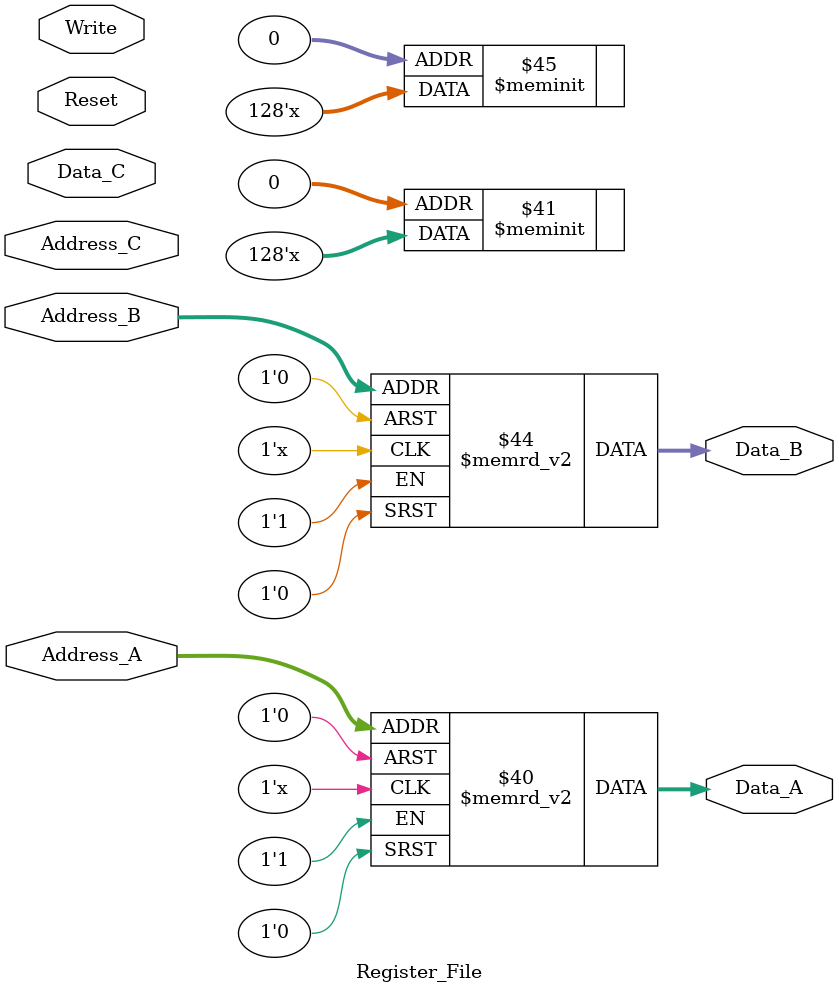
<source format=v>
module Register_File (Address_A, Address_B, Address_C, Data_C, Write, Reset,

							 Data_A, Data_B);

//-------------------------------------------------- I/O Ports
							 
input  [2:0]  Address_A, Address_B, Address_C;
input  [15:0] Data_C;
input         Write, Reset;

output reg [15:0] Data_A, Data_B;

//--------------------------------------------------

reg [15:0] Memory [7:0];

always @(*)
begin

	if (Reset == 1'b1)
		begin
			Memory[00] <= 16'd0;
			Memory[01] <= 16'd0;
			Memory[02] <= 16'd0;
			Memory[03] <= 16'd0;
			
			Memory[04] <= 16'd0;
			Memory[05] <= 16'd0;
			Memory[06] <= 16'd0;
			Memory[07] <= 16'd0;
		end
	else
		begin
			if (Write == 1'b1)
				Memory[Address_C] <= Data_C;
			else
				Memory[Address_C] <= Memory[Address_C];
		end
		
	Data_A <= Memory[Address_A];
	Data_B <= Memory[Address_B];
	
end 

endmodule

</source>
